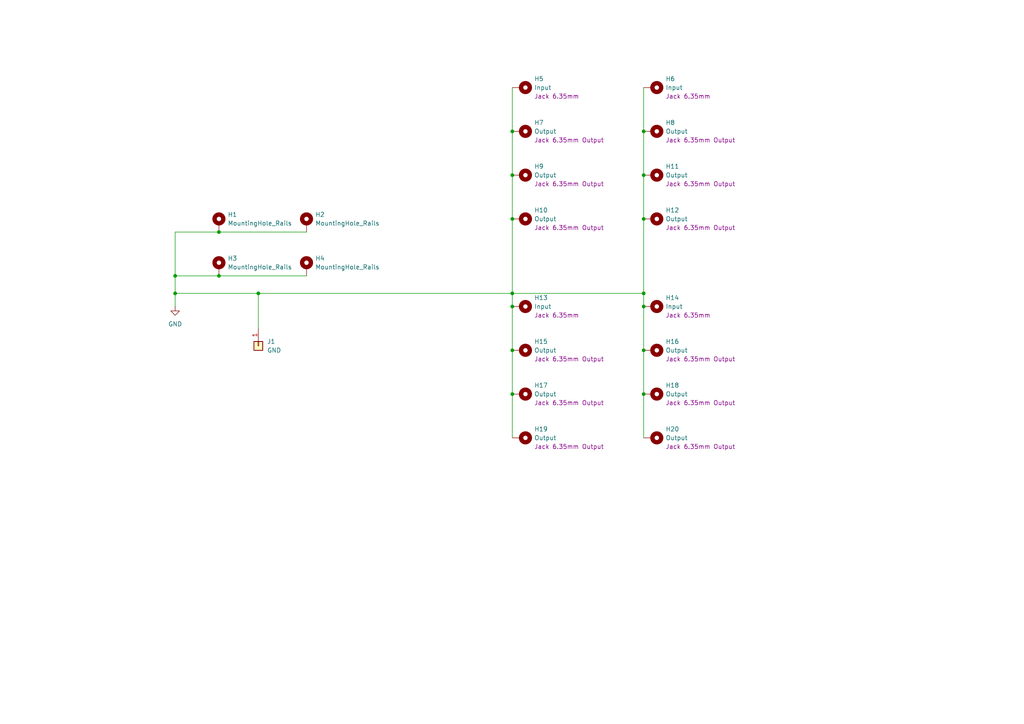
<source format=kicad_sch>
(kicad_sch (version 20231120) (generator "eeschema") (generator_version "8.0")
  (paper "A4")
  (title_block (title "Buffered Mult Panel") (date "2024-05-31") (rev "1") (company "DMH"))
  (lib_symbols
    (symbol "Connector_Generic:Conn_01x01" (pin_names (offset 1.016) hide)
      (property "Reference" "J" (at 0 2.54 0))
      (property "Value" "Conn_01x01" (at 0 -2.54 0))
      (symbol "Conn_01x01_1_1"
        (rectangle (start -1.27 0.127) (end 0 -0.127) (stroke (width 0.1524)))
        (rectangle (start -1.27 1.27) (end 1.27 -1.27) (stroke (width 0.254)) (fill (type background)))
        (pin passive line (at -5.08 0 0) (length 3.81) (name "Pin_1") (number "1"))
      )
    )
    (symbol "SynthStuff:MountingHole_Jack6.35mm_Output_v2" (pin_numbers hide) (pin_names (offset 1.016) hide) (exclude_from_sim yes) (in_bom no)
      (property "Reference" "H" (at 0 5.08 0))
      (property "Value" "SIGNAL NAME" (at 0 3.175 0))
      (property "Description" "Jack 6.35mm Output" (at 0.254 -3.302 0))
      (symbol "MountingHole_Jack6.35mm_Output_v2_0_1"
        (circle (center 0 0) (radius 1.27) (stroke (width 1.27)))
      )
      (symbol "MountingHole_Jack6.35mm_Output_v2_1_1"
        (pin input line (at -3.81 0 0) (length 2.54) (name "1") (number "1"))
      )
    )
    (symbol "SynthStuff:MountingHole_Jack6.35mm_v2" (pin_numbers hide) (pin_names (offset 1.016) hide) (exclude_from_sim yes) (in_bom no)
      (property "Reference" "H" (at 0 5.08 0))
      (property "Value" "SIGNAL NAME" (at 0 3.175 0))
      (property "Description" "Jack 6.35mm" (at 0 -3.048 0))
      (symbol "MountingHole_Jack6.35mm_v2_0_1"
        (circle (center 0 0) (radius 1.27) (stroke (width 1.27)))
      )
      (symbol "MountingHole_Jack6.35mm_v2_1_1"
        (pin input line (at -3.81 0 0) (length 2.54) (name "1") (number "1"))
      )
    )
    (symbol "SynthStuff:MountingHole_Rails" (pin_numbers hide) (pin_names (offset 1.016) hide) (exclude_from_sim yes) (in_bom no)
      (property "Reference" "H" (at 0 6.35 0))
      (property "Value" "MountingHole_Rails" (at 0 4.445 0))
      (symbol "MountingHole_Rails_0_1"
        (circle (center 0 1.27) (radius 1.27) (stroke (width 1.27)))
      )
      (symbol "MountingHole_Rails_1_1"
        (pin input line (at 0 -2.54 90) (length 2.54) (name "1") (number "1"))
      )
    )
    (symbol "power:GND" (power) (pin_numbers hide) (pin_names (offset 0) hide)
      (property "Value" "GND" (at 0 -3.81 0))
      (symbol "GND_0_1"
        (polyline (pts (xy 0 0) (xy 0 -1.27) (xy 1.27 -1.27) (xy 0 -2.54) (xy -1.27 -1.27) (xy 0 -1.27)))
      )
      (symbol "GND_1_1"
        (pin power_in line (at 0 0 270) (length 0) (name "~") (number "1"))
      )
    )
  )
  (junction (at 74.93 85.09))
  (junction (at 148.59 85.09))
  (junction (at 186.69 63.5))
  (junction (at 186.69 38.1))
  (junction (at 186.69 85.09))
  (junction (at 186.69 88.9))
  (junction (at 63.5 80.01))
  (junction (at 148.59 50.8))
  (junction (at 186.69 50.8))
  (junction (at 186.69 101.6))
  (junction (at 50.8 85.09))
  (junction (at 148.59 88.9))
  (junction (at 186.69 114.3))
  (junction (at 148.59 63.5))
  (junction (at 148.59 101.6))
  (junction (at 148.59 114.3))
  (junction (at 148.59 38.1))
  (junction (at 63.5 67.31))
  (junction (at 50.8 80.01))
  (wire (pts (xy 148.59 63.5) (xy 148.59 85.09)))
  (wire (pts (xy 50.8 88.9) (xy 50.8 85.09)))
  (wire (pts (xy 63.5 80.01) (xy 88.9 80.01)))
  (wire (pts (xy 50.8 85.09) (xy 50.8 80.01)))
  (wire (pts (xy 148.59 25.4) (xy 148.59 38.1)))
  (wire (pts (xy 50.8 85.09) (xy 74.93 85.09)))
  (wire (pts (xy 74.93 85.09) (xy 148.59 85.09)))
  (wire (pts (xy 186.69 25.4) (xy 186.69 38.1)))
  (wire (pts (xy 50.8 67.31) (xy 50.8 80.01)))
  (wire (pts (xy 186.69 88.9) (xy 186.69 101.6)))
  (wire (pts (xy 148.59 88.9) (xy 148.59 101.6)))
  (wire (pts (xy 148.59 50.8) (xy 148.59 63.5)))
  (wire (pts (xy 186.69 50.8) (xy 186.69 63.5)))
  (wire (pts (xy 186.69 114.3) (xy 186.69 127)))
  (wire (pts (xy 186.69 85.09) (xy 186.69 88.9)))
  (wire (pts (xy 148.59 85.09) (xy 148.59 88.9)))
  (wire (pts (xy 148.59 101.6) (xy 148.59 114.3)))
  (wire (pts (xy 74.93 85.09) (xy 74.93 95.25)))
  (wire (pts (xy 186.69 63.5) (xy 186.69 85.09)))
  (wire (pts (xy 186.69 101.6) (xy 186.69 114.3)))
  (wire (pts (xy 63.5 67.31) (xy 50.8 67.31)))
  (wire (pts (xy 148.59 114.3) (xy 148.59 127)))
  (wire (pts (xy 148.59 38.1) (xy 148.59 50.8)))
  (wire (pts (xy 63.5 67.31) (xy 88.9 67.31)))
  (wire (pts (xy 50.8 80.01) (xy 63.5 80.01)))
  (wire (pts (xy 186.69 38.1) (xy 186.69 50.8)))
  (wire (pts (xy 148.59 85.09) (xy 186.69 85.09)))
  (symbol (lib_id "SynthStuff:MountingHole_Jack6.35mm_v2") (at 190.5 88.9 0) (unit 1) (exclude_from_sim yes) (in_bom no)
    (property "Reference" "H14" (at 193.04 86.3599 0) (effects (justify left)))
    (property "Value" "Input" (at 193.04 88.8999 0) (effects (justify left)))
    (property "Footprint" "SynthStuff:Jack_6.35mm_Cutout_v3" (effects (hide yes)))
    (property "Description" "Jack 6.35mm" (at 193.04 91.4399 0) (effects (justify left)))
  )
  (symbol (lib_id "SynthStuff:MountingHole_Jack6.35mm_Output_v2") (at 152.4 38.1 0) (unit 1) (exclude_from_sim yes) (in_bom no)
    (property "Reference" "H7" (at 154.94 35.5599 0) (effects (justify left)))
    (property "Value" "Output" (at 154.94 38.0999 0) (effects (justify left)))
    (property "Footprint" "SynthStuff:Jack_6.35mm_Cutout_Output_v6" (effects (hide yes)))
    (property "Description" "Jack 6.35mm Output" (at 154.94 40.6399 0) (effects (justify left)))
  )
  (symbol (lib_id "SynthStuff:MountingHole_Rails") (at 88.9 64.77 0) (unit 1) (exclude_from_sim yes) (in_bom no)
    (property "Reference" "H2" (at 91.44 62.2299 0) (effects (justify left)))
    (property "Value" "MountingHole_Rails" (at 91.44 64.7699 0) (effects (justify left)))
    (property "Footprint" "SynthStuff:MountingHole_Rails" (effects (hide yes)))
    (property "Description" "Mounting Hole with connection" (effects (hide yes)))
  )
  (symbol (lib_id "SynthStuff:MountingHole_Jack6.35mm_Output_v2") (at 152.4 50.8 0) (unit 1) (exclude_from_sim yes) (in_bom no)
    (property "Reference" "H9" (at 154.94 48.2599 0) (effects (justify left)))
    (property "Value" "Output" (at 154.94 50.7999 0) (effects (justify left)))
    (property "Footprint" "SynthStuff:Jack_6.35mm_Cutout_Output_v6" (effects (hide yes)))
    (property "Description" "Jack 6.35mm Output" (at 154.94 53.3399 0) (effects (justify left)))
  )
  (symbol (lib_id "SynthStuff:MountingHole_Jack6.35mm_Output_v2") (at 190.5 114.3 0) (unit 1) (exclude_from_sim yes) (in_bom no)
    (property "Reference" "H18" (at 193.04 111.7599 0) (effects (justify left)))
    (property "Value" "Output" (at 193.04 114.2999 0) (effects (justify left)))
    (property "Footprint" "SynthStuff:Jack_6.35mm_Cutout_Output_v6" (effects (hide yes)))
    (property "Description" "Jack 6.35mm Output" (at 193.04 116.8399 0) (effects (justify left)))
  )
  (symbol (lib_id "SynthStuff:MountingHole_Jack6.35mm_v2") (at 152.4 88.9 0) (unit 1) (exclude_from_sim yes) (in_bom no)
    (property "Reference" "H13" (at 154.94 86.3599 0) (effects (justify left)))
    (property "Value" "Input" (at 154.94 88.8999 0) (effects (justify left)))
    (property "Footprint" "SynthStuff:Jack_6.35mm_Cutout_v3" (effects (hide yes)))
    (property "Description" "Jack 6.35mm" (at 154.94 91.4399 0) (effects (justify left)))
  )
  (symbol (lib_id "power:GND") (at 50.8 88.9 0) (unit 1)
    (property "Reference" "#PWR01" (effects (hide yes)))
    (property "Value" "GND" (at 50.8 93.98 0))
    (property "Description" "Power symbol creates a global label with name \"GND\" , ground" (effects (hide yes)))
  )
  (symbol (lib_id "SynthStuff:MountingHole_Rails") (at 63.5 77.47 0) (unit 1) (exclude_from_sim yes) (in_bom no)
    (property "Reference" "H3" (at 66.04 74.9299 0) (effects (justify left)))
    (property "Value" "MountingHole_Rails" (at 66.04 77.4699 0) (effects (justify left)))
    (property "Footprint" "SynthStuff:MountingHole_Rails" (effects (hide yes)))
    (property "Description" "Mounting Hole with connection" (effects (hide yes)))
  )
  (symbol (lib_id "SynthStuff:MountingHole_Rails") (at 63.5 64.77 0) (unit 1) (exclude_from_sim yes) (in_bom no)
    (property "Reference" "H1" (at 66.04 62.2299 0) (effects (justify left)))
    (property "Value" "MountingHole_Rails" (at 66.04 64.7699 0) (effects (justify left)))
    (property "Footprint" "SynthStuff:MountingHole_Rails" (effects (hide yes)))
    (property "Description" "Mounting Hole with connection" (effects (hide yes)))
  )
  (symbol (lib_id "SynthStuff:MountingHole_Jack6.35mm_v2") (at 190.5 25.4 0) (unit 1) (exclude_from_sim yes) (in_bom no)
    (property "Reference" "H6" (at 193.04 22.8599 0) (effects (justify left)))
    (property "Value" "Input" (at 193.04 25.3999 0) (effects (justify left)))
    (property "Footprint" "SynthStuff:Jack_6.35mm_Cutout_v3" (effects (hide yes)))
    (property "Description" "Jack 6.35mm" (at 193.04 27.9399 0) (effects (justify left)))
  )
  (symbol (lib_id "Connector_Generic:Conn_01x01") (at 74.93 100.33 270) (unit 1)
    (property "Reference" "J1" (at 77.47 99.0599 90) (effects (justify left)))
    (property "Value" "GND" (at 77.47 101.5999 90) (effects (justify left)))
    (property "Footprint" "Connector_Wire:SolderWirePad_1x01_SMD_5x10mm" (effects (hide yes)))
    (property "Description" "Generic connector, single row, 01x01, script generated (kicad-library-utils/schlib/autogen/connector/)" (effects (hide yes)))
  )
  (symbol (lib_id "SynthStuff:MountingHole_Jack6.35mm_Output_v2") (at 152.4 101.6 0) (unit 1) (exclude_from_sim yes) (in_bom no)
    (property "Reference" "H15" (at 154.94 99.0599 0) (effects (justify left)))
    (property "Value" "Output" (at 154.94 101.5999 0) (effects (justify left)))
    (property "Footprint" "SynthStuff:Jack_6.35mm_Cutout_Output_v6" (effects (hide yes)))
    (property "Description" "Jack 6.35mm Output" (at 154.94 104.1399 0) (effects (justify left)))
  )
  (symbol (lib_id "SynthStuff:MountingHole_Jack6.35mm_Output_v2") (at 190.5 127 0) (unit 1) (exclude_from_sim yes) (in_bom no)
    (property "Reference" "H20" (at 193.04 124.4599 0) (effects (justify left)))
    (property "Value" "Output" (at 193.04 126.9999 0) (effects (justify left)))
    (property "Footprint" "SynthStuff:Jack_6.35mm_Cutout_Output_v6" (effects (hide yes)))
    (property "Description" "Jack 6.35mm Output" (at 193.04 129.5399 0) (effects (justify left)))
  )
  (symbol (lib_id "SynthStuff:MountingHole_Jack6.35mm_Output_v2") (at 190.5 63.5 0) (unit 1) (exclude_from_sim yes) (in_bom no)
    (property "Reference" "H12" (at 193.04 60.9599 0) (effects (justify left)))
    (property "Value" "Output" (at 193.04 63.4999 0) (effects (justify left)))
    (property "Footprint" "SynthStuff:Jack_6.35mm_Cutout_Output_v6" (effects (hide yes)))
    (property "Description" "Jack 6.35mm Output" (at 193.04 66.0399 0) (effects (justify left)))
  )
  (symbol (lib_id "SynthStuff:MountingHole_Jack6.35mm_Output_v2") (at 152.4 63.5 0) (unit 1) (exclude_from_sim yes) (in_bom no)
    (property "Reference" "H10" (at 154.94 60.9599 0) (effects (justify left)))
    (property "Value" "Output" (at 154.94 63.4999 0) (effects (justify left)))
    (property "Footprint" "SynthStuff:Jack_6.35mm_Cutout_Output_v6" (effects (hide yes)))
    (property "Description" "Jack 6.35mm Output" (at 154.94 66.0399 0) (effects (justify left)))
  )
  (symbol (lib_id "SynthStuff:MountingHole_Jack6.35mm_Output_v2") (at 190.5 50.8 0) (unit 1) (exclude_from_sim yes) (in_bom no)
    (property "Reference" "H11" (at 193.04 48.2599 0) (effects (justify left)))
    (property "Value" "Output" (at 193.04 50.7999 0) (effects (justify left)))
    (property "Footprint" "SynthStuff:Jack_6.35mm_Cutout_Output_v6" (effects (hide yes)))
    (property "Description" "Jack 6.35mm Output" (at 193.04 53.3399 0) (effects (justify left)))
  )
  (symbol (lib_id "SynthStuff:MountingHole_Jack6.35mm_Output_v2") (at 152.4 114.3 0) (unit 1) (exclude_from_sim yes) (in_bom no)
    (property "Reference" "H17" (at 154.94 111.7599 0) (effects (justify left)))
    (property "Value" "Output" (at 154.94 114.2999 0) (effects (justify left)))
    (property "Footprint" "SynthStuff:Jack_6.35mm_Cutout_Output_v6" (effects (hide yes)))
    (property "Description" "Jack 6.35mm Output" (at 154.94 116.8399 0) (effects (justify left)))
  )
  (symbol (lib_id "SynthStuff:MountingHole_Jack6.35mm_Output_v2") (at 190.5 38.1 0) (unit 1) (exclude_from_sim yes) (in_bom no)
    (property "Reference" "H8" (at 193.04 35.5599 0) (effects (justify left)))
    (property "Value" "Output" (at 193.04 38.0999 0) (effects (justify left)))
    (property "Footprint" "SynthStuff:Jack_6.35mm_Cutout_Output_v6" (effects (hide yes)))
    (property "Description" "Jack 6.35mm Output" (at 193.04 40.6399 0) (effects (justify left)))
  )
  (symbol (lib_id "SynthStuff:MountingHole_Rails") (at 88.9 77.47 0) (unit 1) (exclude_from_sim yes) (in_bom no)
    (property "Reference" "H4" (at 91.44 74.9299 0) (effects (justify left)))
    (property "Value" "MountingHole_Rails" (at 91.44 77.4699 0) (effects (justify left)))
    (property "Footprint" "SynthStuff:MountingHole_Rails" (effects (hide yes)))
    (property "Description" "Mounting Hole with connection" (effects (hide yes)))
  )
  (symbol (lib_id "SynthStuff:MountingHole_Jack6.35mm_Output_v2") (at 152.4 127 0) (unit 1) (exclude_from_sim yes) (in_bom no)
    (property "Reference" "H19" (at 154.94 124.4599 0) (effects (justify left)))
    (property "Value" "Output" (at 154.94 126.9999 0) (effects (justify left)))
    (property "Footprint" "SynthStuff:Jack_6.35mm_Cutout_Output_v6" (effects (hide yes)))
    (property "Description" "Jack 6.35mm Output" (at 154.94 129.5399 0) (effects (justify left)))
  )
  (symbol (lib_id "SynthStuff:MountingHole_Jack6.35mm_Output_v2") (at 190.5 101.6 0) (unit 1) (exclude_from_sim yes) (in_bom no)
    (property "Reference" "H16" (at 193.04 99.0599 0) (effects (justify left)))
    (property "Value" "Output" (at 193.04 101.5999 0) (effects (justify left)))
    (property "Footprint" "SynthStuff:Jack_6.35mm_Cutout_Output_v6" (effects (hide yes)))
    (property "Description" "Jack 6.35mm Output" (at 193.04 104.1399 0) (effects (justify left)))
  )
  (symbol (lib_id "SynthStuff:MountingHole_Jack6.35mm_v2") (at 152.4 25.4 0) (unit 1) (exclude_from_sim yes) (in_bom no)
    (property "Reference" "H5" (at 154.94 22.8599 0) (effects (justify left)))
    (property "Value" "Input" (at 154.94 25.3999 0) (effects (justify left)))
    (property "Footprint" "SynthStuff:Jack_6.35mm_Cutout_v3" (effects (hide yes)))
    (property "Description" "Jack 6.35mm" (at 154.94 27.9399 0) (effects (justify left)))
  )
)
</source>
